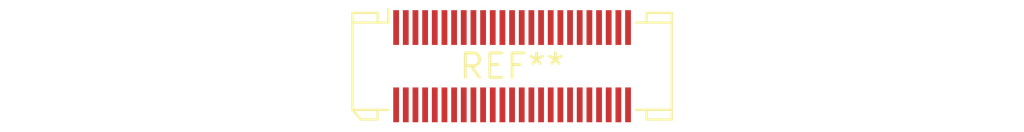
<source format=kicad_pcb>
(kicad_pcb (version 20240108) (generator pcbnew)
  (layers (0 "F.Cu" signal) (31 "B.Cu" signal) (34 "B.Paste" user) (35 "F.Paste" user) (36 "B.SilkS" user "B.Silkscreen") (37 "F.SilkS" user "F.Silkscreen") (38 "B.Mask" user) (39 "F.Mask" user) (44 "Edge.Cuts" user))
  (net 0 "")
  (footprint "Molex_SlimStack_52991-0508_2x25_P0.50mm_Vertical" (layer "F.Cu") (at 0 0)
    (property "Reference" "REF**")
    (property "Value" "Molex_SlimStack_52991-0508_2x25_P0.50mm_Vertical")
    (fp_line (start -8.26 -2.76) (end -6.96 -2.76) (layer "F.SilkS") (stroke (width 0.12)))
    (fp_line (start -8.26 -2.26) (end -8.26 -2.76) (layer "F.SilkS") (stroke (width 0.12)))
    (fp_line (start -8.26 -2.26) (end -6.41 -2.26) (layer "F.SilkS") (stroke (width 0.12)))
    (fp_line (start -8.26 2.26) (end -8.26 -2.26) (layer "F.SilkS") (stroke (width 0.12)))
    (fp_line (start -8.26 2.26) (end -7.826667 2.76) (layer "F.SilkS") (stroke (width 0.12)))
    (fp_line (start -7.826667 2.76) (end -6.96 2.76) (layer "F.SilkS") (stroke (width 0.12)))
    (fp_line (start -6.96 -2.76) (end -6.96 -2.26) (layer "F.SilkS") (stroke (width 0.12)))
    (fp_line (start -6.96 2.76) (end -6.96 2.26) (layer "F.SilkS") (stroke (width 0.12)))
    (fp_line (start -6.41 -2.26) (end -6.41 -2.95) (layer "F.SilkS") (stroke (width 0.12)))
    (fp_line (start -6.41 2.26) (end -8.26 2.26) (layer "F.SilkS") (stroke (width 0.12)))
    (fp_line (start 6.41 2.26) (end 8.26 2.26) (layer "F.SilkS") (stroke (width 0.12)))
    (fp_line (start 6.96 -2.76) (end 6.96 -2.26) (layer "F.SilkS") (stroke (width 0.12)))
    (fp_line (start 6.96 2.76) (end 6.96 2.26) (layer "F.SilkS") (stroke (width 0.12)))
    (fp_line (start 8.26 -2.76) (end 6.96 -2.76) (layer "F.SilkS") (stroke (width 0.12)))
    (fp_line (start 8.26 -2.26) (end 6.41 -2.26) (layer "F.SilkS") (stroke (width 0.12)))
    (fp_line (start 8.26 -2.26) (end 8.26 -2.76) (layer "F.SilkS") (stroke (width 0.12)))
    (fp_line (start 8.26 2.26) (end 8.26 -2.26) (layer "F.SilkS") (stroke (width 0.12)))
    (fp_line (start 8.26 2.26) (end 8.26 2.76) (layer "F.SilkS") (stroke (width 0.12)))
    (fp_line (start 8.26 2.76) (end 6.96 2.76) (layer "F.SilkS") (stroke (width 0.12)))
    (pad "1" smd rect (at -6 -2) (size 0.3 1.8) (layers "F.Cu" "F.Paste" "F.Mask"))
    (pad "2" smd rect (at -6 2) (size 0.3 1.8) (layers "F.Cu" "F.Paste" "F.Mask"))
    (pad "3" smd rect (at -5.5 -2) (size 0.3 1.8) (layers "F.Cu" "F.Paste" "F.Mask"))
    (pad "4" smd rect (at -5.5 2) (size 0.3 1.8) (layers "F.Cu" "F.Paste" "F.Mask"))
    (pad "5" smd rect (at -5 -2) (size 0.3 1.8) (layers "F.Cu" "F.Paste" "F.Mask"))
    (pad "6" smd rect (at -5 2) (size 0.3 1.8) (layers "F.Cu" "F.Paste" "F.Mask"))
    (pad "7" smd rect (at -4.5 -2) (size 0.3 1.8) (layers "F.Cu" "F.Paste" "F.Mask"))
    (pad "8" smd rect (at -4.5 2) (size 0.3 1.8) (layers "F.Cu" "F.Paste" "F.Mask"))
    (pad "9" smd rect (at -4 -2) (size 0.3 1.8) (layers "F.Cu" "F.Paste" "F.Mask"))
    (pad "10" smd rect (at -4 2) (size 0.3 1.8) (layers "F.Cu" "F.Paste" "F.Mask"))
    (pad "11" smd rect (at -3.5 -2) (size 0.3 1.8) (layers "F.Cu" "F.Paste" "F.Mask"))
    (pad "12" smd rect (at -3.5 2) (size 0.3 1.8) (layers "F.Cu" "F.Paste" "F.Mask"))
    (pad "13" smd rect (at -3 -2) (size 0.3 1.8) (layers "F.Cu" "F.Paste" "F.Mask"))
    (pad "14" smd rect (at -3 2) (size 0.3 1.8) (layers "F.Cu" "F.Paste" "F.Mask"))
    (pad "15" smd rect (at -2.5 -2) (size 0.3 1.8) (layers "F.Cu" "F.Paste" "F.Mask"))
    (pad "16" smd rect (at -2.5 2) (size 0.3 1.8) (layers "F.Cu" "F.Paste" "F.Mask"))
    (pad "17" smd rect (at -2 -2) (size 0.3 1.8) (layers "F.Cu" "F.Paste" "F.Mask"))
    (pad "18" smd rect (at -2 2) (size 0.3 1.8) (layers "F.Cu" "F.Paste" "F.Mask"))
    (pad "19" smd rect (at -1.5 -2) (size 0.3 1.8) (layers "F.Cu" "F.Paste" "F.Mask"))
    (pad "20" smd rect (at -1.5 2) (size 0.3 1.8) (layers "F.Cu" "F.Paste" "F.Mask"))
    (pad "21" smd rect (at -1 -2) (size 0.3 1.8) (layers "F.Cu" "F.Paste" "F.Mask"))
    (pad "22" smd rect (at -1 2) (size 0.3 1.8) (layers "F.Cu" "F.Paste" "F.Mask"))
    (pad "23" smd rect (at -0.5 -2) (size 0.3 1.8) (layers "F.Cu" "F.Paste" "F.Mask"))
    (pad "24" smd rect (at -0.5 2) (size 0.3 1.8) (layers "F.Cu" "F.Paste" "F.Mask"))
    (pad "25" smd rect (at 0 -2) (size 0.3 1.8) (layers "F.Cu" "F.Paste" "F.Mask"))
    (pad "26" smd rect (at 0 2) (size 0.3 1.8) (layers "F.Cu" "F.Paste" "F.Mask"))
    (pad "27" smd rect (at 0.5 -2) (size 0.3 1.8) (layers "F.Cu" "F.Paste" "F.Mask"))
    (pad "28" smd rect (at 0.5 2) (size 0.3 1.8) (layers "F.Cu" "F.Paste" "F.Mask"))
    (pad "29" smd rect (at 1 -2) (size 0.3 1.8) (layers "F.Cu" "F.Paste" "F.Mask"))
    (pad "30" smd rect (at 1 2) (size 0.3 1.8) (layers "F.Cu" "F.Paste" "F.Mask"))
    (pad "31" smd rect (at 1.5 -2) (size 0.3 1.8) (layers "F.Cu" "F.Paste" "F.Mask"))
    (pad "32" smd rect (at 1.5 2) (size 0.3 1.8) (layers "F.Cu" "F.Paste" "F.Mask"))
    (pad "33" smd rect (at 2 -2) (size 0.3 1.8) (layers "F.Cu" "F.Paste" "F.Mask"))
    (pad "34" smd rect (at 2 2) (size 0.3 1.8) (layers "F.Cu" "F.Paste" "F.Mask"))
    (pad "35" smd rect (at 2.5 -2) (size 0.3 1.8) (layers "F.Cu" "F.Paste" "F.Mask"))
    (pad "36" smd rect (at 2.5 2) (size 0.3 1.8) (layers "F.Cu" "F.Paste" "F.Mask"))
    (pad "37" smd rect (at 3 -2) (size 0.3 1.8) (layers "F.Cu" "F.Paste" "F.Mask"))
    (pad "38" smd rect (at 3 2) (size 0.3 1.8) (layers "F.Cu" "F.Paste" "F.Mask"))
    (pad "39" smd rect (at 3.5 -2) (size 0.3 1.8) (layers "F.Cu" "F.Paste" "F.Mask"))
    (pad "40" smd rect (at 3.5 2) (size 0.3 1.8) (layers "F.Cu" "F.Paste" "F.Mask"))
    (pad "41" smd rect (at 4 -2) (size 0.3 1.8) (layers "F.Cu" "F.Paste" "F.Mask"))
    (pad "42" smd rect (at 4 2) (size 0.3 1.8) (layers "F.Cu" "F.Paste" "F.Mask"))
    (pad "43" smd rect (at 4.5 -2) (size 0.3 1.8) (layers "F.Cu" "F.Paste" "F.Mask"))
    (pad "44" smd rect (at 4.5 2) (size 0.3 1.8) (layers "F.Cu" "F.Paste" "F.Mask"))
    (pad "45" smd rect (at 5 -2) (size 0.3 1.8) (layers "F.Cu" "F.Paste" "F.Mask"))
    (pad "46" smd rect (at 5 2) (size 0.3 1.8) (layers "F.Cu" "F.Paste" "F.Mask"))
    (pad "47" smd rect (at 5.5 -2) (size 0.3 1.8) (layers "F.Cu" "F.Paste" "F.Mask"))
    (pad "48" smd rect (at 5.5 2) (size 0.3 1.8) (layers "F.Cu" "F.Paste" "F.Mask"))
    (pad "49" smd rect (at 6 -2) (size 0.3 1.8) (layers "F.Cu" "F.Paste" "F.Mask"))
    (pad "50" smd rect (at 6 2) (size 0.3 1.8) (layers "F.Cu" "F.Paste" "F.Mask"))
  )
)
</source>
